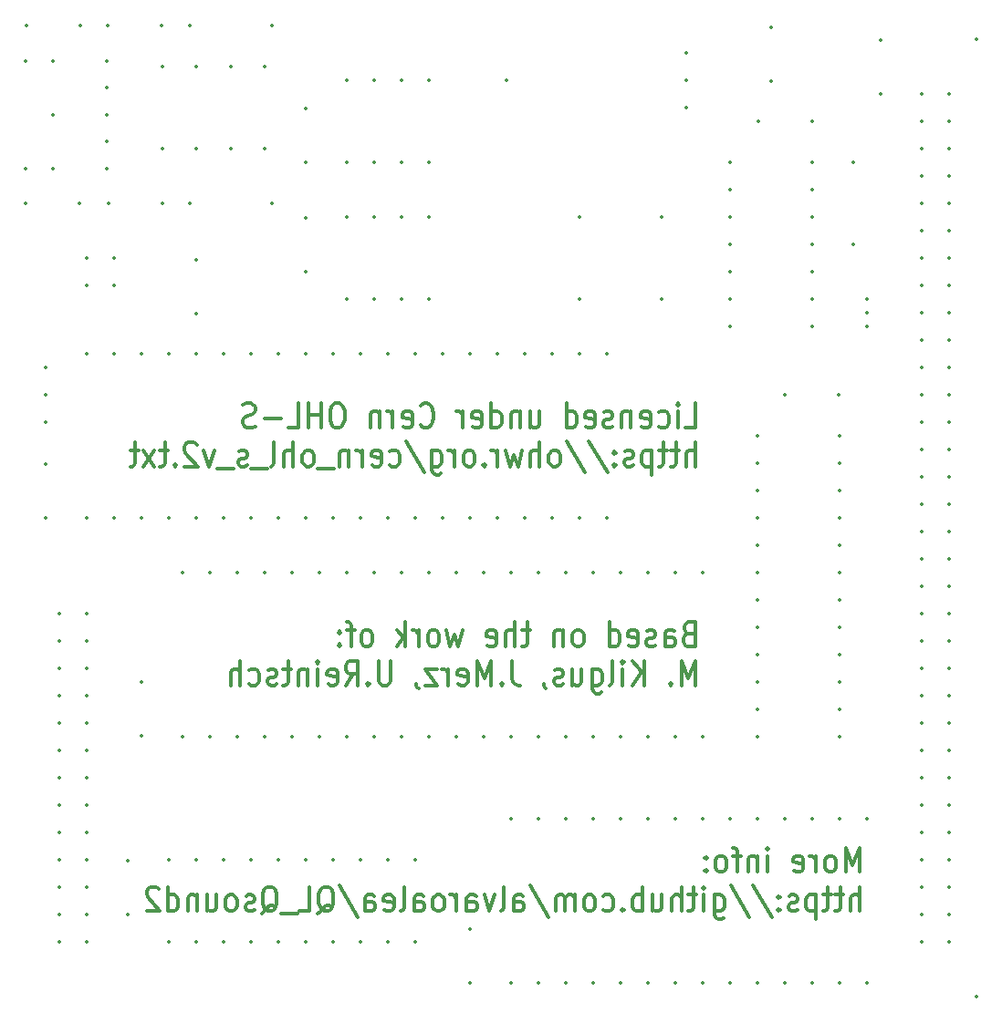
<source format=gbo>
%TF.GenerationSoftware,KiCad,Pcbnew,8.0.3+1*%
%TF.CreationDate,2024-06-17T20:37:03+02:00*%
%TF.ProjectId,qsound3,71736f75-6e64-4332-9e6b-696361645f70,0.1b*%
%TF.SameCoordinates,Original*%
%TF.FileFunction,Legend,Bot*%
%TF.FilePolarity,Positive*%
%FSLAX46Y46*%
G04 Gerber Fmt 4.6, Leading zero omitted, Abs format (unit mm)*
G04 Created by KiCad (PCBNEW 8.0.3+1) date 2024-06-17 20:37:03*
%MOMM*%
%LPD*%
G01*
G04 APERTURE LIST*
%ADD10C,0.300000*%
%ADD11C,0.350000*%
G04 APERTURE END LIST*
D10*
X182206441Y-125579105D02*
X182206441Y-123329105D01*
X182206441Y-123329105D02*
X181539774Y-124936248D01*
X181539774Y-124936248D02*
X180873108Y-123329105D01*
X180873108Y-123329105D02*
X180873108Y-125579105D01*
X179635013Y-125579105D02*
X179825489Y-125471963D01*
X179825489Y-125471963D02*
X179920727Y-125364820D01*
X179920727Y-125364820D02*
X180015965Y-125150534D01*
X180015965Y-125150534D02*
X180015965Y-124507677D01*
X180015965Y-124507677D02*
X179920727Y-124293391D01*
X179920727Y-124293391D02*
X179825489Y-124186248D01*
X179825489Y-124186248D02*
X179635013Y-124079105D01*
X179635013Y-124079105D02*
X179349298Y-124079105D01*
X179349298Y-124079105D02*
X179158822Y-124186248D01*
X179158822Y-124186248D02*
X179063584Y-124293391D01*
X179063584Y-124293391D02*
X178968346Y-124507677D01*
X178968346Y-124507677D02*
X178968346Y-125150534D01*
X178968346Y-125150534D02*
X179063584Y-125364820D01*
X179063584Y-125364820D02*
X179158822Y-125471963D01*
X179158822Y-125471963D02*
X179349298Y-125579105D01*
X179349298Y-125579105D02*
X179635013Y-125579105D01*
X178111203Y-125579105D02*
X178111203Y-124079105D01*
X178111203Y-124507677D02*
X178015965Y-124293391D01*
X178015965Y-124293391D02*
X177920727Y-124186248D01*
X177920727Y-124186248D02*
X177730251Y-124079105D01*
X177730251Y-124079105D02*
X177539774Y-124079105D01*
X176111203Y-125471963D02*
X176301679Y-125579105D01*
X176301679Y-125579105D02*
X176682632Y-125579105D01*
X176682632Y-125579105D02*
X176873108Y-125471963D01*
X176873108Y-125471963D02*
X176968346Y-125257677D01*
X176968346Y-125257677D02*
X176968346Y-124400534D01*
X176968346Y-124400534D02*
X176873108Y-124186248D01*
X176873108Y-124186248D02*
X176682632Y-124079105D01*
X176682632Y-124079105D02*
X176301679Y-124079105D01*
X176301679Y-124079105D02*
X176111203Y-124186248D01*
X176111203Y-124186248D02*
X176015965Y-124400534D01*
X176015965Y-124400534D02*
X176015965Y-124614820D01*
X176015965Y-124614820D02*
X176968346Y-124829105D01*
X173635012Y-125579105D02*
X173635012Y-124079105D01*
X173635012Y-123329105D02*
X173730250Y-123436248D01*
X173730250Y-123436248D02*
X173635012Y-123543391D01*
X173635012Y-123543391D02*
X173539774Y-123436248D01*
X173539774Y-123436248D02*
X173635012Y-123329105D01*
X173635012Y-123329105D02*
X173635012Y-123543391D01*
X172682631Y-124079105D02*
X172682631Y-125579105D01*
X172682631Y-124293391D02*
X172587393Y-124186248D01*
X172587393Y-124186248D02*
X172396917Y-124079105D01*
X172396917Y-124079105D02*
X172111202Y-124079105D01*
X172111202Y-124079105D02*
X171920726Y-124186248D01*
X171920726Y-124186248D02*
X171825488Y-124400534D01*
X171825488Y-124400534D02*
X171825488Y-125579105D01*
X171158821Y-124079105D02*
X170396917Y-124079105D01*
X170873107Y-125579105D02*
X170873107Y-123650534D01*
X170873107Y-123650534D02*
X170777869Y-123436248D01*
X170777869Y-123436248D02*
X170587393Y-123329105D01*
X170587393Y-123329105D02*
X170396917Y-123329105D01*
X169444536Y-125579105D02*
X169635012Y-125471963D01*
X169635012Y-125471963D02*
X169730250Y-125364820D01*
X169730250Y-125364820D02*
X169825488Y-125150534D01*
X169825488Y-125150534D02*
X169825488Y-124507677D01*
X169825488Y-124507677D02*
X169730250Y-124293391D01*
X169730250Y-124293391D02*
X169635012Y-124186248D01*
X169635012Y-124186248D02*
X169444536Y-124079105D01*
X169444536Y-124079105D02*
X169158821Y-124079105D01*
X169158821Y-124079105D02*
X168968345Y-124186248D01*
X168968345Y-124186248D02*
X168873107Y-124293391D01*
X168873107Y-124293391D02*
X168777869Y-124507677D01*
X168777869Y-124507677D02*
X168777869Y-125150534D01*
X168777869Y-125150534D02*
X168873107Y-125364820D01*
X168873107Y-125364820D02*
X168968345Y-125471963D01*
X168968345Y-125471963D02*
X169158821Y-125579105D01*
X169158821Y-125579105D02*
X169444536Y-125579105D01*
X167920726Y-125364820D02*
X167825488Y-125471963D01*
X167825488Y-125471963D02*
X167920726Y-125579105D01*
X167920726Y-125579105D02*
X168015964Y-125471963D01*
X168015964Y-125471963D02*
X167920726Y-125364820D01*
X167920726Y-125364820D02*
X167920726Y-125579105D01*
X167920726Y-124186248D02*
X167825488Y-124293391D01*
X167825488Y-124293391D02*
X167920726Y-124400534D01*
X167920726Y-124400534D02*
X168015964Y-124293391D01*
X168015964Y-124293391D02*
X167920726Y-124186248D01*
X167920726Y-124186248D02*
X167920726Y-124400534D01*
X182206441Y-129201479D02*
X182206441Y-126951479D01*
X181349298Y-129201479D02*
X181349298Y-128022908D01*
X181349298Y-128022908D02*
X181444536Y-127808622D01*
X181444536Y-127808622D02*
X181635012Y-127701479D01*
X181635012Y-127701479D02*
X181920727Y-127701479D01*
X181920727Y-127701479D02*
X182111203Y-127808622D01*
X182111203Y-127808622D02*
X182206441Y-127915765D01*
X180682631Y-127701479D02*
X179920727Y-127701479D01*
X180396917Y-126951479D02*
X180396917Y-128880051D01*
X180396917Y-128880051D02*
X180301679Y-129094337D01*
X180301679Y-129094337D02*
X180111203Y-129201479D01*
X180111203Y-129201479D02*
X179920727Y-129201479D01*
X179539774Y-127701479D02*
X178777870Y-127701479D01*
X179254060Y-126951479D02*
X179254060Y-128880051D01*
X179254060Y-128880051D02*
X179158822Y-129094337D01*
X179158822Y-129094337D02*
X178968346Y-129201479D01*
X178968346Y-129201479D02*
X178777870Y-129201479D01*
X178111203Y-127701479D02*
X178111203Y-129951479D01*
X178111203Y-127808622D02*
X177920727Y-127701479D01*
X177920727Y-127701479D02*
X177539774Y-127701479D01*
X177539774Y-127701479D02*
X177349298Y-127808622D01*
X177349298Y-127808622D02*
X177254060Y-127915765D01*
X177254060Y-127915765D02*
X177158822Y-128130051D01*
X177158822Y-128130051D02*
X177158822Y-128772908D01*
X177158822Y-128772908D02*
X177254060Y-128987194D01*
X177254060Y-128987194D02*
X177349298Y-129094337D01*
X177349298Y-129094337D02*
X177539774Y-129201479D01*
X177539774Y-129201479D02*
X177920727Y-129201479D01*
X177920727Y-129201479D02*
X178111203Y-129094337D01*
X176396917Y-129094337D02*
X176206441Y-129201479D01*
X176206441Y-129201479D02*
X175825489Y-129201479D01*
X175825489Y-129201479D02*
X175635012Y-129094337D01*
X175635012Y-129094337D02*
X175539774Y-128880051D01*
X175539774Y-128880051D02*
X175539774Y-128772908D01*
X175539774Y-128772908D02*
X175635012Y-128558622D01*
X175635012Y-128558622D02*
X175825489Y-128451479D01*
X175825489Y-128451479D02*
X176111203Y-128451479D01*
X176111203Y-128451479D02*
X176301679Y-128344337D01*
X176301679Y-128344337D02*
X176396917Y-128130051D01*
X176396917Y-128130051D02*
X176396917Y-128022908D01*
X176396917Y-128022908D02*
X176301679Y-127808622D01*
X176301679Y-127808622D02*
X176111203Y-127701479D01*
X176111203Y-127701479D02*
X175825489Y-127701479D01*
X175825489Y-127701479D02*
X175635012Y-127808622D01*
X174682631Y-128987194D02*
X174587393Y-129094337D01*
X174587393Y-129094337D02*
X174682631Y-129201479D01*
X174682631Y-129201479D02*
X174777869Y-129094337D01*
X174777869Y-129094337D02*
X174682631Y-128987194D01*
X174682631Y-128987194D02*
X174682631Y-129201479D01*
X174682631Y-127808622D02*
X174587393Y-127915765D01*
X174587393Y-127915765D02*
X174682631Y-128022908D01*
X174682631Y-128022908D02*
X174777869Y-127915765D01*
X174777869Y-127915765D02*
X174682631Y-127808622D01*
X174682631Y-127808622D02*
X174682631Y-128022908D01*
X172301679Y-126844337D02*
X174015964Y-129737194D01*
X170206441Y-126844337D02*
X171920726Y-129737194D01*
X168682631Y-127701479D02*
X168682631Y-129522908D01*
X168682631Y-129522908D02*
X168777869Y-129737194D01*
X168777869Y-129737194D02*
X168873107Y-129844337D01*
X168873107Y-129844337D02*
X169063584Y-129951479D01*
X169063584Y-129951479D02*
X169349298Y-129951479D01*
X169349298Y-129951479D02*
X169539774Y-129844337D01*
X168682631Y-129094337D02*
X168873107Y-129201479D01*
X168873107Y-129201479D02*
X169254060Y-129201479D01*
X169254060Y-129201479D02*
X169444536Y-129094337D01*
X169444536Y-129094337D02*
X169539774Y-128987194D01*
X169539774Y-128987194D02*
X169635012Y-128772908D01*
X169635012Y-128772908D02*
X169635012Y-128130051D01*
X169635012Y-128130051D02*
X169539774Y-127915765D01*
X169539774Y-127915765D02*
X169444536Y-127808622D01*
X169444536Y-127808622D02*
X169254060Y-127701479D01*
X169254060Y-127701479D02*
X168873107Y-127701479D01*
X168873107Y-127701479D02*
X168682631Y-127808622D01*
X167730250Y-129201479D02*
X167730250Y-127701479D01*
X167730250Y-126951479D02*
X167825488Y-127058622D01*
X167825488Y-127058622D02*
X167730250Y-127165765D01*
X167730250Y-127165765D02*
X167635012Y-127058622D01*
X167635012Y-127058622D02*
X167730250Y-126951479D01*
X167730250Y-126951479D02*
X167730250Y-127165765D01*
X167063583Y-127701479D02*
X166301679Y-127701479D01*
X166777869Y-126951479D02*
X166777869Y-128880051D01*
X166777869Y-128880051D02*
X166682631Y-129094337D01*
X166682631Y-129094337D02*
X166492155Y-129201479D01*
X166492155Y-129201479D02*
X166301679Y-129201479D01*
X165635012Y-129201479D02*
X165635012Y-126951479D01*
X164777869Y-129201479D02*
X164777869Y-128022908D01*
X164777869Y-128022908D02*
X164873107Y-127808622D01*
X164873107Y-127808622D02*
X165063583Y-127701479D01*
X165063583Y-127701479D02*
X165349298Y-127701479D01*
X165349298Y-127701479D02*
X165539774Y-127808622D01*
X165539774Y-127808622D02*
X165635012Y-127915765D01*
X162968345Y-127701479D02*
X162968345Y-129201479D01*
X163825488Y-127701479D02*
X163825488Y-128880051D01*
X163825488Y-128880051D02*
X163730250Y-129094337D01*
X163730250Y-129094337D02*
X163539774Y-129201479D01*
X163539774Y-129201479D02*
X163254059Y-129201479D01*
X163254059Y-129201479D02*
X163063583Y-129094337D01*
X163063583Y-129094337D02*
X162968345Y-128987194D01*
X162015964Y-129201479D02*
X162015964Y-126951479D01*
X162015964Y-127808622D02*
X161825488Y-127701479D01*
X161825488Y-127701479D02*
X161444535Y-127701479D01*
X161444535Y-127701479D02*
X161254059Y-127808622D01*
X161254059Y-127808622D02*
X161158821Y-127915765D01*
X161158821Y-127915765D02*
X161063583Y-128130051D01*
X161063583Y-128130051D02*
X161063583Y-128772908D01*
X161063583Y-128772908D02*
X161158821Y-128987194D01*
X161158821Y-128987194D02*
X161254059Y-129094337D01*
X161254059Y-129094337D02*
X161444535Y-129201479D01*
X161444535Y-129201479D02*
X161825488Y-129201479D01*
X161825488Y-129201479D02*
X162015964Y-129094337D01*
X160206440Y-128987194D02*
X160111202Y-129094337D01*
X160111202Y-129094337D02*
X160206440Y-129201479D01*
X160206440Y-129201479D02*
X160301678Y-129094337D01*
X160301678Y-129094337D02*
X160206440Y-128987194D01*
X160206440Y-128987194D02*
X160206440Y-129201479D01*
X158396916Y-129094337D02*
X158587392Y-129201479D01*
X158587392Y-129201479D02*
X158968345Y-129201479D01*
X158968345Y-129201479D02*
X159158821Y-129094337D01*
X159158821Y-129094337D02*
X159254059Y-128987194D01*
X159254059Y-128987194D02*
X159349297Y-128772908D01*
X159349297Y-128772908D02*
X159349297Y-128130051D01*
X159349297Y-128130051D02*
X159254059Y-127915765D01*
X159254059Y-127915765D02*
X159158821Y-127808622D01*
X159158821Y-127808622D02*
X158968345Y-127701479D01*
X158968345Y-127701479D02*
X158587392Y-127701479D01*
X158587392Y-127701479D02*
X158396916Y-127808622D01*
X157254059Y-129201479D02*
X157444535Y-129094337D01*
X157444535Y-129094337D02*
X157539773Y-128987194D01*
X157539773Y-128987194D02*
X157635011Y-128772908D01*
X157635011Y-128772908D02*
X157635011Y-128130051D01*
X157635011Y-128130051D02*
X157539773Y-127915765D01*
X157539773Y-127915765D02*
X157444535Y-127808622D01*
X157444535Y-127808622D02*
X157254059Y-127701479D01*
X157254059Y-127701479D02*
X156968344Y-127701479D01*
X156968344Y-127701479D02*
X156777868Y-127808622D01*
X156777868Y-127808622D02*
X156682630Y-127915765D01*
X156682630Y-127915765D02*
X156587392Y-128130051D01*
X156587392Y-128130051D02*
X156587392Y-128772908D01*
X156587392Y-128772908D02*
X156682630Y-128987194D01*
X156682630Y-128987194D02*
X156777868Y-129094337D01*
X156777868Y-129094337D02*
X156968344Y-129201479D01*
X156968344Y-129201479D02*
X157254059Y-129201479D01*
X155730249Y-129201479D02*
X155730249Y-127701479D01*
X155730249Y-127915765D02*
X155635011Y-127808622D01*
X155635011Y-127808622D02*
X155444535Y-127701479D01*
X155444535Y-127701479D02*
X155158820Y-127701479D01*
X155158820Y-127701479D02*
X154968344Y-127808622D01*
X154968344Y-127808622D02*
X154873106Y-128022908D01*
X154873106Y-128022908D02*
X154873106Y-129201479D01*
X154873106Y-128022908D02*
X154777868Y-127808622D01*
X154777868Y-127808622D02*
X154587392Y-127701479D01*
X154587392Y-127701479D02*
X154301678Y-127701479D01*
X154301678Y-127701479D02*
X154111201Y-127808622D01*
X154111201Y-127808622D02*
X154015963Y-128022908D01*
X154015963Y-128022908D02*
X154015963Y-129201479D01*
X151635011Y-126844337D02*
X153349296Y-129737194D01*
X150111201Y-129201479D02*
X150111201Y-128022908D01*
X150111201Y-128022908D02*
X150206439Y-127808622D01*
X150206439Y-127808622D02*
X150396915Y-127701479D01*
X150396915Y-127701479D02*
X150777868Y-127701479D01*
X150777868Y-127701479D02*
X150968344Y-127808622D01*
X150111201Y-129094337D02*
X150301677Y-129201479D01*
X150301677Y-129201479D02*
X150777868Y-129201479D01*
X150777868Y-129201479D02*
X150968344Y-129094337D01*
X150968344Y-129094337D02*
X151063582Y-128880051D01*
X151063582Y-128880051D02*
X151063582Y-128665765D01*
X151063582Y-128665765D02*
X150968344Y-128451479D01*
X150968344Y-128451479D02*
X150777868Y-128344337D01*
X150777868Y-128344337D02*
X150301677Y-128344337D01*
X150301677Y-128344337D02*
X150111201Y-128237194D01*
X148873106Y-129201479D02*
X149063582Y-129094337D01*
X149063582Y-129094337D02*
X149158820Y-128880051D01*
X149158820Y-128880051D02*
X149158820Y-126951479D01*
X148301677Y-127701479D02*
X147825487Y-129201479D01*
X147825487Y-129201479D02*
X147349296Y-127701479D01*
X145730248Y-129201479D02*
X145730248Y-128022908D01*
X145730248Y-128022908D02*
X145825486Y-127808622D01*
X145825486Y-127808622D02*
X146015962Y-127701479D01*
X146015962Y-127701479D02*
X146396915Y-127701479D01*
X146396915Y-127701479D02*
X146587391Y-127808622D01*
X145730248Y-129094337D02*
X145920724Y-129201479D01*
X145920724Y-129201479D02*
X146396915Y-129201479D01*
X146396915Y-129201479D02*
X146587391Y-129094337D01*
X146587391Y-129094337D02*
X146682629Y-128880051D01*
X146682629Y-128880051D02*
X146682629Y-128665765D01*
X146682629Y-128665765D02*
X146587391Y-128451479D01*
X146587391Y-128451479D02*
X146396915Y-128344337D01*
X146396915Y-128344337D02*
X145920724Y-128344337D01*
X145920724Y-128344337D02*
X145730248Y-128237194D01*
X144777867Y-129201479D02*
X144777867Y-127701479D01*
X144777867Y-128130051D02*
X144682629Y-127915765D01*
X144682629Y-127915765D02*
X144587391Y-127808622D01*
X144587391Y-127808622D02*
X144396915Y-127701479D01*
X144396915Y-127701479D02*
X144206438Y-127701479D01*
X143254058Y-129201479D02*
X143444534Y-129094337D01*
X143444534Y-129094337D02*
X143539772Y-128987194D01*
X143539772Y-128987194D02*
X143635010Y-128772908D01*
X143635010Y-128772908D02*
X143635010Y-128130051D01*
X143635010Y-128130051D02*
X143539772Y-127915765D01*
X143539772Y-127915765D02*
X143444534Y-127808622D01*
X143444534Y-127808622D02*
X143254058Y-127701479D01*
X143254058Y-127701479D02*
X142968343Y-127701479D01*
X142968343Y-127701479D02*
X142777867Y-127808622D01*
X142777867Y-127808622D02*
X142682629Y-127915765D01*
X142682629Y-127915765D02*
X142587391Y-128130051D01*
X142587391Y-128130051D02*
X142587391Y-128772908D01*
X142587391Y-128772908D02*
X142682629Y-128987194D01*
X142682629Y-128987194D02*
X142777867Y-129094337D01*
X142777867Y-129094337D02*
X142968343Y-129201479D01*
X142968343Y-129201479D02*
X143254058Y-129201479D01*
X140873105Y-129201479D02*
X140873105Y-128022908D01*
X140873105Y-128022908D02*
X140968343Y-127808622D01*
X140968343Y-127808622D02*
X141158819Y-127701479D01*
X141158819Y-127701479D02*
X141539772Y-127701479D01*
X141539772Y-127701479D02*
X141730248Y-127808622D01*
X140873105Y-129094337D02*
X141063581Y-129201479D01*
X141063581Y-129201479D02*
X141539772Y-129201479D01*
X141539772Y-129201479D02*
X141730248Y-129094337D01*
X141730248Y-129094337D02*
X141825486Y-128880051D01*
X141825486Y-128880051D02*
X141825486Y-128665765D01*
X141825486Y-128665765D02*
X141730248Y-128451479D01*
X141730248Y-128451479D02*
X141539772Y-128344337D01*
X141539772Y-128344337D02*
X141063581Y-128344337D01*
X141063581Y-128344337D02*
X140873105Y-128237194D01*
X139635010Y-129201479D02*
X139825486Y-129094337D01*
X139825486Y-129094337D02*
X139920724Y-128880051D01*
X139920724Y-128880051D02*
X139920724Y-126951479D01*
X138111200Y-129094337D02*
X138301676Y-129201479D01*
X138301676Y-129201479D02*
X138682629Y-129201479D01*
X138682629Y-129201479D02*
X138873105Y-129094337D01*
X138873105Y-129094337D02*
X138968343Y-128880051D01*
X138968343Y-128880051D02*
X138968343Y-128022908D01*
X138968343Y-128022908D02*
X138873105Y-127808622D01*
X138873105Y-127808622D02*
X138682629Y-127701479D01*
X138682629Y-127701479D02*
X138301676Y-127701479D01*
X138301676Y-127701479D02*
X138111200Y-127808622D01*
X138111200Y-127808622D02*
X138015962Y-128022908D01*
X138015962Y-128022908D02*
X138015962Y-128237194D01*
X138015962Y-128237194D02*
X138968343Y-128451479D01*
X136301676Y-129201479D02*
X136301676Y-128022908D01*
X136301676Y-128022908D02*
X136396914Y-127808622D01*
X136396914Y-127808622D02*
X136587390Y-127701479D01*
X136587390Y-127701479D02*
X136968343Y-127701479D01*
X136968343Y-127701479D02*
X137158819Y-127808622D01*
X136301676Y-129094337D02*
X136492152Y-129201479D01*
X136492152Y-129201479D02*
X136968343Y-129201479D01*
X136968343Y-129201479D02*
X137158819Y-129094337D01*
X137158819Y-129094337D02*
X137254057Y-128880051D01*
X137254057Y-128880051D02*
X137254057Y-128665765D01*
X137254057Y-128665765D02*
X137158819Y-128451479D01*
X137158819Y-128451479D02*
X136968343Y-128344337D01*
X136968343Y-128344337D02*
X136492152Y-128344337D01*
X136492152Y-128344337D02*
X136301676Y-128237194D01*
X133920724Y-126844337D02*
X135635009Y-129737194D01*
X131920724Y-129415765D02*
X132111200Y-129308622D01*
X132111200Y-129308622D02*
X132301676Y-129094337D01*
X132301676Y-129094337D02*
X132587390Y-128772908D01*
X132587390Y-128772908D02*
X132777867Y-128665765D01*
X132777867Y-128665765D02*
X132968343Y-128665765D01*
X132873105Y-129201479D02*
X133063581Y-129094337D01*
X133063581Y-129094337D02*
X133254057Y-128880051D01*
X133254057Y-128880051D02*
X133349295Y-128451479D01*
X133349295Y-128451479D02*
X133349295Y-127701479D01*
X133349295Y-127701479D02*
X133254057Y-127272908D01*
X133254057Y-127272908D02*
X133063581Y-127058622D01*
X133063581Y-127058622D02*
X132873105Y-126951479D01*
X132873105Y-126951479D02*
X132492152Y-126951479D01*
X132492152Y-126951479D02*
X132301676Y-127058622D01*
X132301676Y-127058622D02*
X132111200Y-127272908D01*
X132111200Y-127272908D02*
X132015962Y-127701479D01*
X132015962Y-127701479D02*
X132015962Y-128451479D01*
X132015962Y-128451479D02*
X132111200Y-128880051D01*
X132111200Y-128880051D02*
X132301676Y-129094337D01*
X132301676Y-129094337D02*
X132492152Y-129201479D01*
X132492152Y-129201479D02*
X132873105Y-129201479D01*
X130206438Y-129201479D02*
X131158819Y-129201479D01*
X131158819Y-129201479D02*
X131158819Y-126951479D01*
X130015962Y-129415765D02*
X128492152Y-129415765D01*
X126682628Y-129415765D02*
X126873104Y-129308622D01*
X126873104Y-129308622D02*
X127063580Y-129094337D01*
X127063580Y-129094337D02*
X127349294Y-128772908D01*
X127349294Y-128772908D02*
X127539771Y-128665765D01*
X127539771Y-128665765D02*
X127730247Y-128665765D01*
X127635009Y-129201479D02*
X127825485Y-129094337D01*
X127825485Y-129094337D02*
X128015961Y-128880051D01*
X128015961Y-128880051D02*
X128111199Y-128451479D01*
X128111199Y-128451479D02*
X128111199Y-127701479D01*
X128111199Y-127701479D02*
X128015961Y-127272908D01*
X128015961Y-127272908D02*
X127825485Y-127058622D01*
X127825485Y-127058622D02*
X127635009Y-126951479D01*
X127635009Y-126951479D02*
X127254056Y-126951479D01*
X127254056Y-126951479D02*
X127063580Y-127058622D01*
X127063580Y-127058622D02*
X126873104Y-127272908D01*
X126873104Y-127272908D02*
X126777866Y-127701479D01*
X126777866Y-127701479D02*
X126777866Y-128451479D01*
X126777866Y-128451479D02*
X126873104Y-128880051D01*
X126873104Y-128880051D02*
X127063580Y-129094337D01*
X127063580Y-129094337D02*
X127254056Y-129201479D01*
X127254056Y-129201479D02*
X127635009Y-129201479D01*
X126015961Y-129094337D02*
X125825485Y-129201479D01*
X125825485Y-129201479D02*
X125444533Y-129201479D01*
X125444533Y-129201479D02*
X125254056Y-129094337D01*
X125254056Y-129094337D02*
X125158818Y-128880051D01*
X125158818Y-128880051D02*
X125158818Y-128772908D01*
X125158818Y-128772908D02*
X125254056Y-128558622D01*
X125254056Y-128558622D02*
X125444533Y-128451479D01*
X125444533Y-128451479D02*
X125730247Y-128451479D01*
X125730247Y-128451479D02*
X125920723Y-128344337D01*
X125920723Y-128344337D02*
X126015961Y-128130051D01*
X126015961Y-128130051D02*
X126015961Y-128022908D01*
X126015961Y-128022908D02*
X125920723Y-127808622D01*
X125920723Y-127808622D02*
X125730247Y-127701479D01*
X125730247Y-127701479D02*
X125444533Y-127701479D01*
X125444533Y-127701479D02*
X125254056Y-127808622D01*
X124015961Y-129201479D02*
X124206437Y-129094337D01*
X124206437Y-129094337D02*
X124301675Y-128987194D01*
X124301675Y-128987194D02*
X124396913Y-128772908D01*
X124396913Y-128772908D02*
X124396913Y-128130051D01*
X124396913Y-128130051D02*
X124301675Y-127915765D01*
X124301675Y-127915765D02*
X124206437Y-127808622D01*
X124206437Y-127808622D02*
X124015961Y-127701479D01*
X124015961Y-127701479D02*
X123730246Y-127701479D01*
X123730246Y-127701479D02*
X123539770Y-127808622D01*
X123539770Y-127808622D02*
X123444532Y-127915765D01*
X123444532Y-127915765D02*
X123349294Y-128130051D01*
X123349294Y-128130051D02*
X123349294Y-128772908D01*
X123349294Y-128772908D02*
X123444532Y-128987194D01*
X123444532Y-128987194D02*
X123539770Y-129094337D01*
X123539770Y-129094337D02*
X123730246Y-129201479D01*
X123730246Y-129201479D02*
X124015961Y-129201479D01*
X121635008Y-127701479D02*
X121635008Y-129201479D01*
X122492151Y-127701479D02*
X122492151Y-128880051D01*
X122492151Y-128880051D02*
X122396913Y-129094337D01*
X122396913Y-129094337D02*
X122206437Y-129201479D01*
X122206437Y-129201479D02*
X121920722Y-129201479D01*
X121920722Y-129201479D02*
X121730246Y-129094337D01*
X121730246Y-129094337D02*
X121635008Y-128987194D01*
X120682627Y-127701479D02*
X120682627Y-129201479D01*
X120682627Y-127915765D02*
X120587389Y-127808622D01*
X120587389Y-127808622D02*
X120396913Y-127701479D01*
X120396913Y-127701479D02*
X120111198Y-127701479D01*
X120111198Y-127701479D02*
X119920722Y-127808622D01*
X119920722Y-127808622D02*
X119825484Y-128022908D01*
X119825484Y-128022908D02*
X119825484Y-129201479D01*
X118015960Y-129201479D02*
X118015960Y-126951479D01*
X118015960Y-129094337D02*
X118206436Y-129201479D01*
X118206436Y-129201479D02*
X118587389Y-129201479D01*
X118587389Y-129201479D02*
X118777865Y-129094337D01*
X118777865Y-129094337D02*
X118873103Y-128987194D01*
X118873103Y-128987194D02*
X118968341Y-128772908D01*
X118968341Y-128772908D02*
X118968341Y-128130051D01*
X118968341Y-128130051D02*
X118873103Y-127915765D01*
X118873103Y-127915765D02*
X118777865Y-127808622D01*
X118777865Y-127808622D02*
X118587389Y-127701479D01*
X118587389Y-127701479D02*
X118206436Y-127701479D01*
X118206436Y-127701479D02*
X118015960Y-127808622D01*
X117158817Y-127165765D02*
X117063579Y-127058622D01*
X117063579Y-127058622D02*
X116873103Y-126951479D01*
X116873103Y-126951479D02*
X116396912Y-126951479D01*
X116396912Y-126951479D02*
X116206436Y-127058622D01*
X116206436Y-127058622D02*
X116111198Y-127165765D01*
X116111198Y-127165765D02*
X116015960Y-127380051D01*
X116015960Y-127380051D02*
X116015960Y-127594337D01*
X116015960Y-127594337D02*
X116111198Y-127915765D01*
X116111198Y-127915765D02*
X117254055Y-129201479D01*
X117254055Y-129201479D02*
X116015960Y-129201479D01*
X166299774Y-103445534D02*
X166014060Y-103552677D01*
X166014060Y-103552677D02*
X165918822Y-103659820D01*
X165918822Y-103659820D02*
X165823584Y-103874105D01*
X165823584Y-103874105D02*
X165823584Y-104195534D01*
X165823584Y-104195534D02*
X165918822Y-104409820D01*
X165918822Y-104409820D02*
X166014060Y-104516963D01*
X166014060Y-104516963D02*
X166204536Y-104624105D01*
X166204536Y-104624105D02*
X166966441Y-104624105D01*
X166966441Y-104624105D02*
X166966441Y-102374105D01*
X166966441Y-102374105D02*
X166299774Y-102374105D01*
X166299774Y-102374105D02*
X166109298Y-102481248D01*
X166109298Y-102481248D02*
X166014060Y-102588391D01*
X166014060Y-102588391D02*
X165918822Y-102802677D01*
X165918822Y-102802677D02*
X165918822Y-103016963D01*
X165918822Y-103016963D02*
X166014060Y-103231248D01*
X166014060Y-103231248D02*
X166109298Y-103338391D01*
X166109298Y-103338391D02*
X166299774Y-103445534D01*
X166299774Y-103445534D02*
X166966441Y-103445534D01*
X164109298Y-104624105D02*
X164109298Y-103445534D01*
X164109298Y-103445534D02*
X164204536Y-103231248D01*
X164204536Y-103231248D02*
X164395012Y-103124105D01*
X164395012Y-103124105D02*
X164775965Y-103124105D01*
X164775965Y-103124105D02*
X164966441Y-103231248D01*
X164109298Y-104516963D02*
X164299774Y-104624105D01*
X164299774Y-104624105D02*
X164775965Y-104624105D01*
X164775965Y-104624105D02*
X164966441Y-104516963D01*
X164966441Y-104516963D02*
X165061679Y-104302677D01*
X165061679Y-104302677D02*
X165061679Y-104088391D01*
X165061679Y-104088391D02*
X164966441Y-103874105D01*
X164966441Y-103874105D02*
X164775965Y-103766963D01*
X164775965Y-103766963D02*
X164299774Y-103766963D01*
X164299774Y-103766963D02*
X164109298Y-103659820D01*
X163252155Y-104516963D02*
X163061679Y-104624105D01*
X163061679Y-104624105D02*
X162680727Y-104624105D01*
X162680727Y-104624105D02*
X162490250Y-104516963D01*
X162490250Y-104516963D02*
X162395012Y-104302677D01*
X162395012Y-104302677D02*
X162395012Y-104195534D01*
X162395012Y-104195534D02*
X162490250Y-103981248D01*
X162490250Y-103981248D02*
X162680727Y-103874105D01*
X162680727Y-103874105D02*
X162966441Y-103874105D01*
X162966441Y-103874105D02*
X163156917Y-103766963D01*
X163156917Y-103766963D02*
X163252155Y-103552677D01*
X163252155Y-103552677D02*
X163252155Y-103445534D01*
X163252155Y-103445534D02*
X163156917Y-103231248D01*
X163156917Y-103231248D02*
X162966441Y-103124105D01*
X162966441Y-103124105D02*
X162680727Y-103124105D01*
X162680727Y-103124105D02*
X162490250Y-103231248D01*
X160775964Y-104516963D02*
X160966440Y-104624105D01*
X160966440Y-104624105D02*
X161347393Y-104624105D01*
X161347393Y-104624105D02*
X161537869Y-104516963D01*
X161537869Y-104516963D02*
X161633107Y-104302677D01*
X161633107Y-104302677D02*
X161633107Y-103445534D01*
X161633107Y-103445534D02*
X161537869Y-103231248D01*
X161537869Y-103231248D02*
X161347393Y-103124105D01*
X161347393Y-103124105D02*
X160966440Y-103124105D01*
X160966440Y-103124105D02*
X160775964Y-103231248D01*
X160775964Y-103231248D02*
X160680726Y-103445534D01*
X160680726Y-103445534D02*
X160680726Y-103659820D01*
X160680726Y-103659820D02*
X161633107Y-103874105D01*
X158966440Y-104624105D02*
X158966440Y-102374105D01*
X158966440Y-104516963D02*
X159156916Y-104624105D01*
X159156916Y-104624105D02*
X159537869Y-104624105D01*
X159537869Y-104624105D02*
X159728345Y-104516963D01*
X159728345Y-104516963D02*
X159823583Y-104409820D01*
X159823583Y-104409820D02*
X159918821Y-104195534D01*
X159918821Y-104195534D02*
X159918821Y-103552677D01*
X159918821Y-103552677D02*
X159823583Y-103338391D01*
X159823583Y-103338391D02*
X159728345Y-103231248D01*
X159728345Y-103231248D02*
X159537869Y-103124105D01*
X159537869Y-103124105D02*
X159156916Y-103124105D01*
X159156916Y-103124105D02*
X158966440Y-103231248D01*
X156204535Y-104624105D02*
X156395011Y-104516963D01*
X156395011Y-104516963D02*
X156490249Y-104409820D01*
X156490249Y-104409820D02*
X156585487Y-104195534D01*
X156585487Y-104195534D02*
X156585487Y-103552677D01*
X156585487Y-103552677D02*
X156490249Y-103338391D01*
X156490249Y-103338391D02*
X156395011Y-103231248D01*
X156395011Y-103231248D02*
X156204535Y-103124105D01*
X156204535Y-103124105D02*
X155918820Y-103124105D01*
X155918820Y-103124105D02*
X155728344Y-103231248D01*
X155728344Y-103231248D02*
X155633106Y-103338391D01*
X155633106Y-103338391D02*
X155537868Y-103552677D01*
X155537868Y-103552677D02*
X155537868Y-104195534D01*
X155537868Y-104195534D02*
X155633106Y-104409820D01*
X155633106Y-104409820D02*
X155728344Y-104516963D01*
X155728344Y-104516963D02*
X155918820Y-104624105D01*
X155918820Y-104624105D02*
X156204535Y-104624105D01*
X154680725Y-103124105D02*
X154680725Y-104624105D01*
X154680725Y-103338391D02*
X154585487Y-103231248D01*
X154585487Y-103231248D02*
X154395011Y-103124105D01*
X154395011Y-103124105D02*
X154109296Y-103124105D01*
X154109296Y-103124105D02*
X153918820Y-103231248D01*
X153918820Y-103231248D02*
X153823582Y-103445534D01*
X153823582Y-103445534D02*
X153823582Y-104624105D01*
X151633105Y-103124105D02*
X150871201Y-103124105D01*
X151347391Y-102374105D02*
X151347391Y-104302677D01*
X151347391Y-104302677D02*
X151252153Y-104516963D01*
X151252153Y-104516963D02*
X151061677Y-104624105D01*
X151061677Y-104624105D02*
X150871201Y-104624105D01*
X150204534Y-104624105D02*
X150204534Y-102374105D01*
X149347391Y-104624105D02*
X149347391Y-103445534D01*
X149347391Y-103445534D02*
X149442629Y-103231248D01*
X149442629Y-103231248D02*
X149633105Y-103124105D01*
X149633105Y-103124105D02*
X149918820Y-103124105D01*
X149918820Y-103124105D02*
X150109296Y-103231248D01*
X150109296Y-103231248D02*
X150204534Y-103338391D01*
X147633105Y-104516963D02*
X147823581Y-104624105D01*
X147823581Y-104624105D02*
X148204534Y-104624105D01*
X148204534Y-104624105D02*
X148395010Y-104516963D01*
X148395010Y-104516963D02*
X148490248Y-104302677D01*
X148490248Y-104302677D02*
X148490248Y-103445534D01*
X148490248Y-103445534D02*
X148395010Y-103231248D01*
X148395010Y-103231248D02*
X148204534Y-103124105D01*
X148204534Y-103124105D02*
X147823581Y-103124105D01*
X147823581Y-103124105D02*
X147633105Y-103231248D01*
X147633105Y-103231248D02*
X147537867Y-103445534D01*
X147537867Y-103445534D02*
X147537867Y-103659820D01*
X147537867Y-103659820D02*
X148490248Y-103874105D01*
X145347390Y-103124105D02*
X144966438Y-104624105D01*
X144966438Y-104624105D02*
X144585485Y-103552677D01*
X144585485Y-103552677D02*
X144204533Y-104624105D01*
X144204533Y-104624105D02*
X143823581Y-103124105D01*
X142775962Y-104624105D02*
X142966438Y-104516963D01*
X142966438Y-104516963D02*
X143061676Y-104409820D01*
X143061676Y-104409820D02*
X143156914Y-104195534D01*
X143156914Y-104195534D02*
X143156914Y-103552677D01*
X143156914Y-103552677D02*
X143061676Y-103338391D01*
X143061676Y-103338391D02*
X142966438Y-103231248D01*
X142966438Y-103231248D02*
X142775962Y-103124105D01*
X142775962Y-103124105D02*
X142490247Y-103124105D01*
X142490247Y-103124105D02*
X142299771Y-103231248D01*
X142299771Y-103231248D02*
X142204533Y-103338391D01*
X142204533Y-103338391D02*
X142109295Y-103552677D01*
X142109295Y-103552677D02*
X142109295Y-104195534D01*
X142109295Y-104195534D02*
X142204533Y-104409820D01*
X142204533Y-104409820D02*
X142299771Y-104516963D01*
X142299771Y-104516963D02*
X142490247Y-104624105D01*
X142490247Y-104624105D02*
X142775962Y-104624105D01*
X141252152Y-104624105D02*
X141252152Y-103124105D01*
X141252152Y-103552677D02*
X141156914Y-103338391D01*
X141156914Y-103338391D02*
X141061676Y-103231248D01*
X141061676Y-103231248D02*
X140871200Y-103124105D01*
X140871200Y-103124105D02*
X140680723Y-103124105D01*
X140014057Y-104624105D02*
X140014057Y-102374105D01*
X139823581Y-103766963D02*
X139252152Y-104624105D01*
X139252152Y-103124105D02*
X140014057Y-103981248D01*
X136585485Y-104624105D02*
X136775961Y-104516963D01*
X136775961Y-104516963D02*
X136871199Y-104409820D01*
X136871199Y-104409820D02*
X136966437Y-104195534D01*
X136966437Y-104195534D02*
X136966437Y-103552677D01*
X136966437Y-103552677D02*
X136871199Y-103338391D01*
X136871199Y-103338391D02*
X136775961Y-103231248D01*
X136775961Y-103231248D02*
X136585485Y-103124105D01*
X136585485Y-103124105D02*
X136299770Y-103124105D01*
X136299770Y-103124105D02*
X136109294Y-103231248D01*
X136109294Y-103231248D02*
X136014056Y-103338391D01*
X136014056Y-103338391D02*
X135918818Y-103552677D01*
X135918818Y-103552677D02*
X135918818Y-104195534D01*
X135918818Y-104195534D02*
X136014056Y-104409820D01*
X136014056Y-104409820D02*
X136109294Y-104516963D01*
X136109294Y-104516963D02*
X136299770Y-104624105D01*
X136299770Y-104624105D02*
X136585485Y-104624105D01*
X135347389Y-103124105D02*
X134585485Y-103124105D01*
X135061675Y-104624105D02*
X135061675Y-102695534D01*
X135061675Y-102695534D02*
X134966437Y-102481248D01*
X134966437Y-102481248D02*
X134775961Y-102374105D01*
X134775961Y-102374105D02*
X134585485Y-102374105D01*
X133918818Y-104409820D02*
X133823580Y-104516963D01*
X133823580Y-104516963D02*
X133918818Y-104624105D01*
X133918818Y-104624105D02*
X134014056Y-104516963D01*
X134014056Y-104516963D02*
X133918818Y-104409820D01*
X133918818Y-104409820D02*
X133918818Y-104624105D01*
X133918818Y-103231248D02*
X133823580Y-103338391D01*
X133823580Y-103338391D02*
X133918818Y-103445534D01*
X133918818Y-103445534D02*
X134014056Y-103338391D01*
X134014056Y-103338391D02*
X133918818Y-103231248D01*
X133918818Y-103231248D02*
X133918818Y-103445534D01*
X166966441Y-108246479D02*
X166966441Y-105996479D01*
X166966441Y-105996479D02*
X166299774Y-107603622D01*
X166299774Y-107603622D02*
X165633108Y-105996479D01*
X165633108Y-105996479D02*
X165633108Y-108246479D01*
X164680727Y-108032194D02*
X164585489Y-108139337D01*
X164585489Y-108139337D02*
X164680727Y-108246479D01*
X164680727Y-108246479D02*
X164775965Y-108139337D01*
X164775965Y-108139337D02*
X164680727Y-108032194D01*
X164680727Y-108032194D02*
X164680727Y-108246479D01*
X162204536Y-108246479D02*
X162204536Y-105996479D01*
X161061679Y-108246479D02*
X161918822Y-106960765D01*
X161061679Y-105996479D02*
X162204536Y-107282194D01*
X160204536Y-108246479D02*
X160204536Y-106746479D01*
X160204536Y-105996479D02*
X160299774Y-106103622D01*
X160299774Y-106103622D02*
X160204536Y-106210765D01*
X160204536Y-106210765D02*
X160109298Y-106103622D01*
X160109298Y-106103622D02*
X160204536Y-105996479D01*
X160204536Y-105996479D02*
X160204536Y-106210765D01*
X158966441Y-108246479D02*
X159156917Y-108139337D01*
X159156917Y-108139337D02*
X159252155Y-107925051D01*
X159252155Y-107925051D02*
X159252155Y-105996479D01*
X157347393Y-106746479D02*
X157347393Y-108567908D01*
X157347393Y-108567908D02*
X157442631Y-108782194D01*
X157442631Y-108782194D02*
X157537869Y-108889337D01*
X157537869Y-108889337D02*
X157728346Y-108996479D01*
X157728346Y-108996479D02*
X158014060Y-108996479D01*
X158014060Y-108996479D02*
X158204536Y-108889337D01*
X157347393Y-108139337D02*
X157537869Y-108246479D01*
X157537869Y-108246479D02*
X157918822Y-108246479D01*
X157918822Y-108246479D02*
X158109298Y-108139337D01*
X158109298Y-108139337D02*
X158204536Y-108032194D01*
X158204536Y-108032194D02*
X158299774Y-107817908D01*
X158299774Y-107817908D02*
X158299774Y-107175051D01*
X158299774Y-107175051D02*
X158204536Y-106960765D01*
X158204536Y-106960765D02*
X158109298Y-106853622D01*
X158109298Y-106853622D02*
X157918822Y-106746479D01*
X157918822Y-106746479D02*
X157537869Y-106746479D01*
X157537869Y-106746479D02*
X157347393Y-106853622D01*
X155537869Y-106746479D02*
X155537869Y-108246479D01*
X156395012Y-106746479D02*
X156395012Y-107925051D01*
X156395012Y-107925051D02*
X156299774Y-108139337D01*
X156299774Y-108139337D02*
X156109298Y-108246479D01*
X156109298Y-108246479D02*
X155823583Y-108246479D01*
X155823583Y-108246479D02*
X155633107Y-108139337D01*
X155633107Y-108139337D02*
X155537869Y-108032194D01*
X154680726Y-108139337D02*
X154490250Y-108246479D01*
X154490250Y-108246479D02*
X154109298Y-108246479D01*
X154109298Y-108246479D02*
X153918821Y-108139337D01*
X153918821Y-108139337D02*
X153823583Y-107925051D01*
X153823583Y-107925051D02*
X153823583Y-107817908D01*
X153823583Y-107817908D02*
X153918821Y-107603622D01*
X153918821Y-107603622D02*
X154109298Y-107496479D01*
X154109298Y-107496479D02*
X154395012Y-107496479D01*
X154395012Y-107496479D02*
X154585488Y-107389337D01*
X154585488Y-107389337D02*
X154680726Y-107175051D01*
X154680726Y-107175051D02*
X154680726Y-107067908D01*
X154680726Y-107067908D02*
X154585488Y-106853622D01*
X154585488Y-106853622D02*
X154395012Y-106746479D01*
X154395012Y-106746479D02*
X154109298Y-106746479D01*
X154109298Y-106746479D02*
X153918821Y-106853622D01*
X152871202Y-108139337D02*
X152871202Y-108246479D01*
X152871202Y-108246479D02*
X152966440Y-108460765D01*
X152966440Y-108460765D02*
X153061678Y-108567908D01*
X149918820Y-105996479D02*
X149918820Y-107603622D01*
X149918820Y-107603622D02*
X150014059Y-107925051D01*
X150014059Y-107925051D02*
X150204535Y-108139337D01*
X150204535Y-108139337D02*
X150490249Y-108246479D01*
X150490249Y-108246479D02*
X150680725Y-108246479D01*
X148966439Y-108032194D02*
X148871201Y-108139337D01*
X148871201Y-108139337D02*
X148966439Y-108246479D01*
X148966439Y-108246479D02*
X149061677Y-108139337D01*
X149061677Y-108139337D02*
X148966439Y-108032194D01*
X148966439Y-108032194D02*
X148966439Y-108246479D01*
X148014058Y-108246479D02*
X148014058Y-105996479D01*
X148014058Y-105996479D02*
X147347391Y-107603622D01*
X147347391Y-107603622D02*
X146680725Y-105996479D01*
X146680725Y-105996479D02*
X146680725Y-108246479D01*
X144966439Y-108139337D02*
X145156915Y-108246479D01*
X145156915Y-108246479D02*
X145537868Y-108246479D01*
X145537868Y-108246479D02*
X145728344Y-108139337D01*
X145728344Y-108139337D02*
X145823582Y-107925051D01*
X145823582Y-107925051D02*
X145823582Y-107067908D01*
X145823582Y-107067908D02*
X145728344Y-106853622D01*
X145728344Y-106853622D02*
X145537868Y-106746479D01*
X145537868Y-106746479D02*
X145156915Y-106746479D01*
X145156915Y-106746479D02*
X144966439Y-106853622D01*
X144966439Y-106853622D02*
X144871201Y-107067908D01*
X144871201Y-107067908D02*
X144871201Y-107282194D01*
X144871201Y-107282194D02*
X145823582Y-107496479D01*
X144014058Y-108246479D02*
X144014058Y-106746479D01*
X144014058Y-107175051D02*
X143918820Y-106960765D01*
X143918820Y-106960765D02*
X143823582Y-106853622D01*
X143823582Y-106853622D02*
X143633106Y-106746479D01*
X143633106Y-106746479D02*
X143442629Y-106746479D01*
X142966439Y-106746479D02*
X141918820Y-106746479D01*
X141918820Y-106746479D02*
X142966439Y-108246479D01*
X142966439Y-108246479D02*
X141918820Y-108246479D01*
X141061677Y-108139337D02*
X141061677Y-108246479D01*
X141061677Y-108246479D02*
X141156915Y-108460765D01*
X141156915Y-108460765D02*
X141252153Y-108567908D01*
X138680724Y-105996479D02*
X138680724Y-107817908D01*
X138680724Y-107817908D02*
X138585486Y-108032194D01*
X138585486Y-108032194D02*
X138490248Y-108139337D01*
X138490248Y-108139337D02*
X138299772Y-108246479D01*
X138299772Y-108246479D02*
X137918819Y-108246479D01*
X137918819Y-108246479D02*
X137728343Y-108139337D01*
X137728343Y-108139337D02*
X137633105Y-108032194D01*
X137633105Y-108032194D02*
X137537867Y-107817908D01*
X137537867Y-107817908D02*
X137537867Y-105996479D01*
X136585486Y-108032194D02*
X136490248Y-108139337D01*
X136490248Y-108139337D02*
X136585486Y-108246479D01*
X136585486Y-108246479D02*
X136680724Y-108139337D01*
X136680724Y-108139337D02*
X136585486Y-108032194D01*
X136585486Y-108032194D02*
X136585486Y-108246479D01*
X134490248Y-108246479D02*
X135156915Y-107175051D01*
X135633105Y-108246479D02*
X135633105Y-105996479D01*
X135633105Y-105996479D02*
X134871200Y-105996479D01*
X134871200Y-105996479D02*
X134680724Y-106103622D01*
X134680724Y-106103622D02*
X134585486Y-106210765D01*
X134585486Y-106210765D02*
X134490248Y-106425051D01*
X134490248Y-106425051D02*
X134490248Y-106746479D01*
X134490248Y-106746479D02*
X134585486Y-106960765D01*
X134585486Y-106960765D02*
X134680724Y-107067908D01*
X134680724Y-107067908D02*
X134871200Y-107175051D01*
X134871200Y-107175051D02*
X135633105Y-107175051D01*
X132871200Y-108139337D02*
X133061676Y-108246479D01*
X133061676Y-108246479D02*
X133442629Y-108246479D01*
X133442629Y-108246479D02*
X133633105Y-108139337D01*
X133633105Y-108139337D02*
X133728343Y-107925051D01*
X133728343Y-107925051D02*
X133728343Y-107067908D01*
X133728343Y-107067908D02*
X133633105Y-106853622D01*
X133633105Y-106853622D02*
X133442629Y-106746479D01*
X133442629Y-106746479D02*
X133061676Y-106746479D01*
X133061676Y-106746479D02*
X132871200Y-106853622D01*
X132871200Y-106853622D02*
X132775962Y-107067908D01*
X132775962Y-107067908D02*
X132775962Y-107282194D01*
X132775962Y-107282194D02*
X133728343Y-107496479D01*
X131918819Y-108246479D02*
X131918819Y-106746479D01*
X131918819Y-105996479D02*
X132014057Y-106103622D01*
X132014057Y-106103622D02*
X131918819Y-106210765D01*
X131918819Y-106210765D02*
X131823581Y-106103622D01*
X131823581Y-106103622D02*
X131918819Y-105996479D01*
X131918819Y-105996479D02*
X131918819Y-106210765D01*
X130966438Y-106746479D02*
X130966438Y-108246479D01*
X130966438Y-106960765D02*
X130871200Y-106853622D01*
X130871200Y-106853622D02*
X130680724Y-106746479D01*
X130680724Y-106746479D02*
X130395009Y-106746479D01*
X130395009Y-106746479D02*
X130204533Y-106853622D01*
X130204533Y-106853622D02*
X130109295Y-107067908D01*
X130109295Y-107067908D02*
X130109295Y-108246479D01*
X129442628Y-106746479D02*
X128680724Y-106746479D01*
X129156914Y-105996479D02*
X129156914Y-107925051D01*
X129156914Y-107925051D02*
X129061676Y-108139337D01*
X129061676Y-108139337D02*
X128871200Y-108246479D01*
X128871200Y-108246479D02*
X128680724Y-108246479D01*
X128109295Y-108139337D02*
X127918819Y-108246479D01*
X127918819Y-108246479D02*
X127537867Y-108246479D01*
X127537867Y-108246479D02*
X127347390Y-108139337D01*
X127347390Y-108139337D02*
X127252152Y-107925051D01*
X127252152Y-107925051D02*
X127252152Y-107817908D01*
X127252152Y-107817908D02*
X127347390Y-107603622D01*
X127347390Y-107603622D02*
X127537867Y-107496479D01*
X127537867Y-107496479D02*
X127823581Y-107496479D01*
X127823581Y-107496479D02*
X128014057Y-107389337D01*
X128014057Y-107389337D02*
X128109295Y-107175051D01*
X128109295Y-107175051D02*
X128109295Y-107067908D01*
X128109295Y-107067908D02*
X128014057Y-106853622D01*
X128014057Y-106853622D02*
X127823581Y-106746479D01*
X127823581Y-106746479D02*
X127537867Y-106746479D01*
X127537867Y-106746479D02*
X127347390Y-106853622D01*
X125537866Y-108139337D02*
X125728342Y-108246479D01*
X125728342Y-108246479D02*
X126109295Y-108246479D01*
X126109295Y-108246479D02*
X126299771Y-108139337D01*
X126299771Y-108139337D02*
X126395009Y-108032194D01*
X126395009Y-108032194D02*
X126490247Y-107817908D01*
X126490247Y-107817908D02*
X126490247Y-107175051D01*
X126490247Y-107175051D02*
X126395009Y-106960765D01*
X126395009Y-106960765D02*
X126299771Y-106853622D01*
X126299771Y-106853622D02*
X126109295Y-106746479D01*
X126109295Y-106746479D02*
X125728342Y-106746479D01*
X125728342Y-106746479D02*
X125537866Y-106853622D01*
X124680723Y-108246479D02*
X124680723Y-105996479D01*
X123823580Y-108246479D02*
X123823580Y-107067908D01*
X123823580Y-107067908D02*
X123918818Y-106853622D01*
X123918818Y-106853622D02*
X124109294Y-106746479D01*
X124109294Y-106746479D02*
X124395009Y-106746479D01*
X124395009Y-106746479D02*
X124585485Y-106853622D01*
X124585485Y-106853622D02*
X124680723Y-106960765D01*
X166014060Y-84304105D02*
X166966441Y-84304105D01*
X166966441Y-84304105D02*
X166966441Y-82054105D01*
X165347393Y-84304105D02*
X165347393Y-82804105D01*
X165347393Y-82054105D02*
X165442631Y-82161248D01*
X165442631Y-82161248D02*
X165347393Y-82268391D01*
X165347393Y-82268391D02*
X165252155Y-82161248D01*
X165252155Y-82161248D02*
X165347393Y-82054105D01*
X165347393Y-82054105D02*
X165347393Y-82268391D01*
X163537869Y-84196963D02*
X163728345Y-84304105D01*
X163728345Y-84304105D02*
X164109298Y-84304105D01*
X164109298Y-84304105D02*
X164299774Y-84196963D01*
X164299774Y-84196963D02*
X164395012Y-84089820D01*
X164395012Y-84089820D02*
X164490250Y-83875534D01*
X164490250Y-83875534D02*
X164490250Y-83232677D01*
X164490250Y-83232677D02*
X164395012Y-83018391D01*
X164395012Y-83018391D02*
X164299774Y-82911248D01*
X164299774Y-82911248D02*
X164109298Y-82804105D01*
X164109298Y-82804105D02*
X163728345Y-82804105D01*
X163728345Y-82804105D02*
X163537869Y-82911248D01*
X161918821Y-84196963D02*
X162109297Y-84304105D01*
X162109297Y-84304105D02*
X162490250Y-84304105D01*
X162490250Y-84304105D02*
X162680726Y-84196963D01*
X162680726Y-84196963D02*
X162775964Y-83982677D01*
X162775964Y-83982677D02*
X162775964Y-83125534D01*
X162775964Y-83125534D02*
X162680726Y-82911248D01*
X162680726Y-82911248D02*
X162490250Y-82804105D01*
X162490250Y-82804105D02*
X162109297Y-82804105D01*
X162109297Y-82804105D02*
X161918821Y-82911248D01*
X161918821Y-82911248D02*
X161823583Y-83125534D01*
X161823583Y-83125534D02*
X161823583Y-83339820D01*
X161823583Y-83339820D02*
X162775964Y-83554105D01*
X160966440Y-82804105D02*
X160966440Y-84304105D01*
X160966440Y-83018391D02*
X160871202Y-82911248D01*
X160871202Y-82911248D02*
X160680726Y-82804105D01*
X160680726Y-82804105D02*
X160395011Y-82804105D01*
X160395011Y-82804105D02*
X160204535Y-82911248D01*
X160204535Y-82911248D02*
X160109297Y-83125534D01*
X160109297Y-83125534D02*
X160109297Y-84304105D01*
X159252154Y-84196963D02*
X159061678Y-84304105D01*
X159061678Y-84304105D02*
X158680726Y-84304105D01*
X158680726Y-84304105D02*
X158490249Y-84196963D01*
X158490249Y-84196963D02*
X158395011Y-83982677D01*
X158395011Y-83982677D02*
X158395011Y-83875534D01*
X158395011Y-83875534D02*
X158490249Y-83661248D01*
X158490249Y-83661248D02*
X158680726Y-83554105D01*
X158680726Y-83554105D02*
X158966440Y-83554105D01*
X158966440Y-83554105D02*
X159156916Y-83446963D01*
X159156916Y-83446963D02*
X159252154Y-83232677D01*
X159252154Y-83232677D02*
X159252154Y-83125534D01*
X159252154Y-83125534D02*
X159156916Y-82911248D01*
X159156916Y-82911248D02*
X158966440Y-82804105D01*
X158966440Y-82804105D02*
X158680726Y-82804105D01*
X158680726Y-82804105D02*
X158490249Y-82911248D01*
X156775963Y-84196963D02*
X156966439Y-84304105D01*
X156966439Y-84304105D02*
X157347392Y-84304105D01*
X157347392Y-84304105D02*
X157537868Y-84196963D01*
X157537868Y-84196963D02*
X157633106Y-83982677D01*
X157633106Y-83982677D02*
X157633106Y-83125534D01*
X157633106Y-83125534D02*
X157537868Y-82911248D01*
X157537868Y-82911248D02*
X157347392Y-82804105D01*
X157347392Y-82804105D02*
X156966439Y-82804105D01*
X156966439Y-82804105D02*
X156775963Y-82911248D01*
X156775963Y-82911248D02*
X156680725Y-83125534D01*
X156680725Y-83125534D02*
X156680725Y-83339820D01*
X156680725Y-83339820D02*
X157633106Y-83554105D01*
X154966439Y-84304105D02*
X154966439Y-82054105D01*
X154966439Y-84196963D02*
X155156915Y-84304105D01*
X155156915Y-84304105D02*
X155537868Y-84304105D01*
X155537868Y-84304105D02*
X155728344Y-84196963D01*
X155728344Y-84196963D02*
X155823582Y-84089820D01*
X155823582Y-84089820D02*
X155918820Y-83875534D01*
X155918820Y-83875534D02*
X155918820Y-83232677D01*
X155918820Y-83232677D02*
X155823582Y-83018391D01*
X155823582Y-83018391D02*
X155728344Y-82911248D01*
X155728344Y-82911248D02*
X155537868Y-82804105D01*
X155537868Y-82804105D02*
X155156915Y-82804105D01*
X155156915Y-82804105D02*
X154966439Y-82911248D01*
X151633105Y-82804105D02*
X151633105Y-84304105D01*
X152490248Y-82804105D02*
X152490248Y-83982677D01*
X152490248Y-83982677D02*
X152395010Y-84196963D01*
X152395010Y-84196963D02*
X152204534Y-84304105D01*
X152204534Y-84304105D02*
X151918819Y-84304105D01*
X151918819Y-84304105D02*
X151728343Y-84196963D01*
X151728343Y-84196963D02*
X151633105Y-84089820D01*
X150680724Y-82804105D02*
X150680724Y-84304105D01*
X150680724Y-83018391D02*
X150585486Y-82911248D01*
X150585486Y-82911248D02*
X150395010Y-82804105D01*
X150395010Y-82804105D02*
X150109295Y-82804105D01*
X150109295Y-82804105D02*
X149918819Y-82911248D01*
X149918819Y-82911248D02*
X149823581Y-83125534D01*
X149823581Y-83125534D02*
X149823581Y-84304105D01*
X148014057Y-84304105D02*
X148014057Y-82054105D01*
X148014057Y-84196963D02*
X148204533Y-84304105D01*
X148204533Y-84304105D02*
X148585486Y-84304105D01*
X148585486Y-84304105D02*
X148775962Y-84196963D01*
X148775962Y-84196963D02*
X148871200Y-84089820D01*
X148871200Y-84089820D02*
X148966438Y-83875534D01*
X148966438Y-83875534D02*
X148966438Y-83232677D01*
X148966438Y-83232677D02*
X148871200Y-83018391D01*
X148871200Y-83018391D02*
X148775962Y-82911248D01*
X148775962Y-82911248D02*
X148585486Y-82804105D01*
X148585486Y-82804105D02*
X148204533Y-82804105D01*
X148204533Y-82804105D02*
X148014057Y-82911248D01*
X146299771Y-84196963D02*
X146490247Y-84304105D01*
X146490247Y-84304105D02*
X146871200Y-84304105D01*
X146871200Y-84304105D02*
X147061676Y-84196963D01*
X147061676Y-84196963D02*
X147156914Y-83982677D01*
X147156914Y-83982677D02*
X147156914Y-83125534D01*
X147156914Y-83125534D02*
X147061676Y-82911248D01*
X147061676Y-82911248D02*
X146871200Y-82804105D01*
X146871200Y-82804105D02*
X146490247Y-82804105D01*
X146490247Y-82804105D02*
X146299771Y-82911248D01*
X146299771Y-82911248D02*
X146204533Y-83125534D01*
X146204533Y-83125534D02*
X146204533Y-83339820D01*
X146204533Y-83339820D02*
X147156914Y-83554105D01*
X145347390Y-84304105D02*
X145347390Y-82804105D01*
X145347390Y-83232677D02*
X145252152Y-83018391D01*
X145252152Y-83018391D02*
X145156914Y-82911248D01*
X145156914Y-82911248D02*
X144966438Y-82804105D01*
X144966438Y-82804105D02*
X144775961Y-82804105D01*
X141442628Y-84089820D02*
X141537866Y-84196963D01*
X141537866Y-84196963D02*
X141823580Y-84304105D01*
X141823580Y-84304105D02*
X142014056Y-84304105D01*
X142014056Y-84304105D02*
X142299771Y-84196963D01*
X142299771Y-84196963D02*
X142490247Y-83982677D01*
X142490247Y-83982677D02*
X142585485Y-83768391D01*
X142585485Y-83768391D02*
X142680723Y-83339820D01*
X142680723Y-83339820D02*
X142680723Y-83018391D01*
X142680723Y-83018391D02*
X142585485Y-82589820D01*
X142585485Y-82589820D02*
X142490247Y-82375534D01*
X142490247Y-82375534D02*
X142299771Y-82161248D01*
X142299771Y-82161248D02*
X142014056Y-82054105D01*
X142014056Y-82054105D02*
X141823580Y-82054105D01*
X141823580Y-82054105D02*
X141537866Y-82161248D01*
X141537866Y-82161248D02*
X141442628Y-82268391D01*
X139823580Y-84196963D02*
X140014056Y-84304105D01*
X140014056Y-84304105D02*
X140395009Y-84304105D01*
X140395009Y-84304105D02*
X140585485Y-84196963D01*
X140585485Y-84196963D02*
X140680723Y-83982677D01*
X140680723Y-83982677D02*
X140680723Y-83125534D01*
X140680723Y-83125534D02*
X140585485Y-82911248D01*
X140585485Y-82911248D02*
X140395009Y-82804105D01*
X140395009Y-82804105D02*
X140014056Y-82804105D01*
X140014056Y-82804105D02*
X139823580Y-82911248D01*
X139823580Y-82911248D02*
X139728342Y-83125534D01*
X139728342Y-83125534D02*
X139728342Y-83339820D01*
X139728342Y-83339820D02*
X140680723Y-83554105D01*
X138871199Y-84304105D02*
X138871199Y-82804105D01*
X138871199Y-83232677D02*
X138775961Y-83018391D01*
X138775961Y-83018391D02*
X138680723Y-82911248D01*
X138680723Y-82911248D02*
X138490247Y-82804105D01*
X138490247Y-82804105D02*
X138299770Y-82804105D01*
X137633104Y-82804105D02*
X137633104Y-84304105D01*
X137633104Y-83018391D02*
X137537866Y-82911248D01*
X137537866Y-82911248D02*
X137347390Y-82804105D01*
X137347390Y-82804105D02*
X137061675Y-82804105D01*
X137061675Y-82804105D02*
X136871199Y-82911248D01*
X136871199Y-82911248D02*
X136775961Y-83125534D01*
X136775961Y-83125534D02*
X136775961Y-84304105D01*
X133918818Y-82054105D02*
X133537865Y-82054105D01*
X133537865Y-82054105D02*
X133347389Y-82161248D01*
X133347389Y-82161248D02*
X133156913Y-82375534D01*
X133156913Y-82375534D02*
X133061675Y-82804105D01*
X133061675Y-82804105D02*
X133061675Y-83554105D01*
X133061675Y-83554105D02*
X133156913Y-83982677D01*
X133156913Y-83982677D02*
X133347389Y-84196963D01*
X133347389Y-84196963D02*
X133537865Y-84304105D01*
X133537865Y-84304105D02*
X133918818Y-84304105D01*
X133918818Y-84304105D02*
X134109294Y-84196963D01*
X134109294Y-84196963D02*
X134299770Y-83982677D01*
X134299770Y-83982677D02*
X134395008Y-83554105D01*
X134395008Y-83554105D02*
X134395008Y-82804105D01*
X134395008Y-82804105D02*
X134299770Y-82375534D01*
X134299770Y-82375534D02*
X134109294Y-82161248D01*
X134109294Y-82161248D02*
X133918818Y-82054105D01*
X132204532Y-84304105D02*
X132204532Y-82054105D01*
X132204532Y-83125534D02*
X131061675Y-83125534D01*
X131061675Y-84304105D02*
X131061675Y-82054105D01*
X129156913Y-84304105D02*
X130109294Y-84304105D01*
X130109294Y-84304105D02*
X130109294Y-82054105D01*
X128490246Y-83446963D02*
X126966437Y-83446963D01*
X126109294Y-84196963D02*
X125823580Y-84304105D01*
X125823580Y-84304105D02*
X125347389Y-84304105D01*
X125347389Y-84304105D02*
X125156913Y-84196963D01*
X125156913Y-84196963D02*
X125061675Y-84089820D01*
X125061675Y-84089820D02*
X124966437Y-83875534D01*
X124966437Y-83875534D02*
X124966437Y-83661248D01*
X124966437Y-83661248D02*
X125061675Y-83446963D01*
X125061675Y-83446963D02*
X125156913Y-83339820D01*
X125156913Y-83339820D02*
X125347389Y-83232677D01*
X125347389Y-83232677D02*
X125728342Y-83125534D01*
X125728342Y-83125534D02*
X125918818Y-83018391D01*
X125918818Y-83018391D02*
X126014056Y-82911248D01*
X126014056Y-82911248D02*
X126109294Y-82696963D01*
X126109294Y-82696963D02*
X126109294Y-82482677D01*
X126109294Y-82482677D02*
X126014056Y-82268391D01*
X126014056Y-82268391D02*
X125918818Y-82161248D01*
X125918818Y-82161248D02*
X125728342Y-82054105D01*
X125728342Y-82054105D02*
X125252151Y-82054105D01*
X125252151Y-82054105D02*
X124966437Y-82161248D01*
X166966441Y-87926479D02*
X166966441Y-85676479D01*
X166109298Y-87926479D02*
X166109298Y-86747908D01*
X166109298Y-86747908D02*
X166204536Y-86533622D01*
X166204536Y-86533622D02*
X166395012Y-86426479D01*
X166395012Y-86426479D02*
X166680727Y-86426479D01*
X166680727Y-86426479D02*
X166871203Y-86533622D01*
X166871203Y-86533622D02*
X166966441Y-86640765D01*
X165442631Y-86426479D02*
X164680727Y-86426479D01*
X165156917Y-85676479D02*
X165156917Y-87605051D01*
X165156917Y-87605051D02*
X165061679Y-87819337D01*
X165061679Y-87819337D02*
X164871203Y-87926479D01*
X164871203Y-87926479D02*
X164680727Y-87926479D01*
X164299774Y-86426479D02*
X163537870Y-86426479D01*
X164014060Y-85676479D02*
X164014060Y-87605051D01*
X164014060Y-87605051D02*
X163918822Y-87819337D01*
X163918822Y-87819337D02*
X163728346Y-87926479D01*
X163728346Y-87926479D02*
X163537870Y-87926479D01*
X162871203Y-86426479D02*
X162871203Y-88676479D01*
X162871203Y-86533622D02*
X162680727Y-86426479D01*
X162680727Y-86426479D02*
X162299774Y-86426479D01*
X162299774Y-86426479D02*
X162109298Y-86533622D01*
X162109298Y-86533622D02*
X162014060Y-86640765D01*
X162014060Y-86640765D02*
X161918822Y-86855051D01*
X161918822Y-86855051D02*
X161918822Y-87497908D01*
X161918822Y-87497908D02*
X162014060Y-87712194D01*
X162014060Y-87712194D02*
X162109298Y-87819337D01*
X162109298Y-87819337D02*
X162299774Y-87926479D01*
X162299774Y-87926479D02*
X162680727Y-87926479D01*
X162680727Y-87926479D02*
X162871203Y-87819337D01*
X161156917Y-87819337D02*
X160966441Y-87926479D01*
X160966441Y-87926479D02*
X160585489Y-87926479D01*
X160585489Y-87926479D02*
X160395012Y-87819337D01*
X160395012Y-87819337D02*
X160299774Y-87605051D01*
X160299774Y-87605051D02*
X160299774Y-87497908D01*
X160299774Y-87497908D02*
X160395012Y-87283622D01*
X160395012Y-87283622D02*
X160585489Y-87176479D01*
X160585489Y-87176479D02*
X160871203Y-87176479D01*
X160871203Y-87176479D02*
X161061679Y-87069337D01*
X161061679Y-87069337D02*
X161156917Y-86855051D01*
X161156917Y-86855051D02*
X161156917Y-86747908D01*
X161156917Y-86747908D02*
X161061679Y-86533622D01*
X161061679Y-86533622D02*
X160871203Y-86426479D01*
X160871203Y-86426479D02*
X160585489Y-86426479D01*
X160585489Y-86426479D02*
X160395012Y-86533622D01*
X159442631Y-87712194D02*
X159347393Y-87819337D01*
X159347393Y-87819337D02*
X159442631Y-87926479D01*
X159442631Y-87926479D02*
X159537869Y-87819337D01*
X159537869Y-87819337D02*
X159442631Y-87712194D01*
X159442631Y-87712194D02*
X159442631Y-87926479D01*
X159442631Y-86533622D02*
X159347393Y-86640765D01*
X159347393Y-86640765D02*
X159442631Y-86747908D01*
X159442631Y-86747908D02*
X159537869Y-86640765D01*
X159537869Y-86640765D02*
X159442631Y-86533622D01*
X159442631Y-86533622D02*
X159442631Y-86747908D01*
X157061679Y-85569337D02*
X158775964Y-88462194D01*
X154966441Y-85569337D02*
X156680726Y-88462194D01*
X154014060Y-87926479D02*
X154204536Y-87819337D01*
X154204536Y-87819337D02*
X154299774Y-87712194D01*
X154299774Y-87712194D02*
X154395012Y-87497908D01*
X154395012Y-87497908D02*
X154395012Y-86855051D01*
X154395012Y-86855051D02*
X154299774Y-86640765D01*
X154299774Y-86640765D02*
X154204536Y-86533622D01*
X154204536Y-86533622D02*
X154014060Y-86426479D01*
X154014060Y-86426479D02*
X153728345Y-86426479D01*
X153728345Y-86426479D02*
X153537869Y-86533622D01*
X153537869Y-86533622D02*
X153442631Y-86640765D01*
X153442631Y-86640765D02*
X153347393Y-86855051D01*
X153347393Y-86855051D02*
X153347393Y-87497908D01*
X153347393Y-87497908D02*
X153442631Y-87712194D01*
X153442631Y-87712194D02*
X153537869Y-87819337D01*
X153537869Y-87819337D02*
X153728345Y-87926479D01*
X153728345Y-87926479D02*
X154014060Y-87926479D01*
X152490250Y-87926479D02*
X152490250Y-85676479D01*
X151633107Y-87926479D02*
X151633107Y-86747908D01*
X151633107Y-86747908D02*
X151728345Y-86533622D01*
X151728345Y-86533622D02*
X151918821Y-86426479D01*
X151918821Y-86426479D02*
X152204536Y-86426479D01*
X152204536Y-86426479D02*
X152395012Y-86533622D01*
X152395012Y-86533622D02*
X152490250Y-86640765D01*
X150871202Y-86426479D02*
X150490250Y-87926479D01*
X150490250Y-87926479D02*
X150109297Y-86855051D01*
X150109297Y-86855051D02*
X149728345Y-87926479D01*
X149728345Y-87926479D02*
X149347393Y-86426479D01*
X148585488Y-87926479D02*
X148585488Y-86426479D01*
X148585488Y-86855051D02*
X148490250Y-86640765D01*
X148490250Y-86640765D02*
X148395012Y-86533622D01*
X148395012Y-86533622D02*
X148204536Y-86426479D01*
X148204536Y-86426479D02*
X148014059Y-86426479D01*
X147347393Y-87712194D02*
X147252155Y-87819337D01*
X147252155Y-87819337D02*
X147347393Y-87926479D01*
X147347393Y-87926479D02*
X147442631Y-87819337D01*
X147442631Y-87819337D02*
X147347393Y-87712194D01*
X147347393Y-87712194D02*
X147347393Y-87926479D01*
X146109298Y-87926479D02*
X146299774Y-87819337D01*
X146299774Y-87819337D02*
X146395012Y-87712194D01*
X146395012Y-87712194D02*
X146490250Y-87497908D01*
X146490250Y-87497908D02*
X146490250Y-86855051D01*
X146490250Y-86855051D02*
X146395012Y-86640765D01*
X146395012Y-86640765D02*
X146299774Y-86533622D01*
X146299774Y-86533622D02*
X146109298Y-86426479D01*
X146109298Y-86426479D02*
X145823583Y-86426479D01*
X145823583Y-86426479D02*
X145633107Y-86533622D01*
X145633107Y-86533622D02*
X145537869Y-86640765D01*
X145537869Y-86640765D02*
X145442631Y-86855051D01*
X145442631Y-86855051D02*
X145442631Y-87497908D01*
X145442631Y-87497908D02*
X145537869Y-87712194D01*
X145537869Y-87712194D02*
X145633107Y-87819337D01*
X145633107Y-87819337D02*
X145823583Y-87926479D01*
X145823583Y-87926479D02*
X146109298Y-87926479D01*
X144585488Y-87926479D02*
X144585488Y-86426479D01*
X144585488Y-86855051D02*
X144490250Y-86640765D01*
X144490250Y-86640765D02*
X144395012Y-86533622D01*
X144395012Y-86533622D02*
X144204536Y-86426479D01*
X144204536Y-86426479D02*
X144014059Y-86426479D01*
X142490250Y-86426479D02*
X142490250Y-88247908D01*
X142490250Y-88247908D02*
X142585488Y-88462194D01*
X142585488Y-88462194D02*
X142680726Y-88569337D01*
X142680726Y-88569337D02*
X142871203Y-88676479D01*
X142871203Y-88676479D02*
X143156917Y-88676479D01*
X143156917Y-88676479D02*
X143347393Y-88569337D01*
X142490250Y-87819337D02*
X142680726Y-87926479D01*
X142680726Y-87926479D02*
X143061679Y-87926479D01*
X143061679Y-87926479D02*
X143252155Y-87819337D01*
X143252155Y-87819337D02*
X143347393Y-87712194D01*
X143347393Y-87712194D02*
X143442631Y-87497908D01*
X143442631Y-87497908D02*
X143442631Y-86855051D01*
X143442631Y-86855051D02*
X143347393Y-86640765D01*
X143347393Y-86640765D02*
X143252155Y-86533622D01*
X143252155Y-86533622D02*
X143061679Y-86426479D01*
X143061679Y-86426479D02*
X142680726Y-86426479D01*
X142680726Y-86426479D02*
X142490250Y-86533622D01*
X140109298Y-85569337D02*
X141823583Y-88462194D01*
X138585488Y-87819337D02*
X138775964Y-87926479D01*
X138775964Y-87926479D02*
X139156917Y-87926479D01*
X139156917Y-87926479D02*
X139347393Y-87819337D01*
X139347393Y-87819337D02*
X139442631Y-87712194D01*
X139442631Y-87712194D02*
X139537869Y-87497908D01*
X139537869Y-87497908D02*
X139537869Y-86855051D01*
X139537869Y-86855051D02*
X139442631Y-86640765D01*
X139442631Y-86640765D02*
X139347393Y-86533622D01*
X139347393Y-86533622D02*
X139156917Y-86426479D01*
X139156917Y-86426479D02*
X138775964Y-86426479D01*
X138775964Y-86426479D02*
X138585488Y-86533622D01*
X136966440Y-87819337D02*
X137156916Y-87926479D01*
X137156916Y-87926479D02*
X137537869Y-87926479D01*
X137537869Y-87926479D02*
X137728345Y-87819337D01*
X137728345Y-87819337D02*
X137823583Y-87605051D01*
X137823583Y-87605051D02*
X137823583Y-86747908D01*
X137823583Y-86747908D02*
X137728345Y-86533622D01*
X137728345Y-86533622D02*
X137537869Y-86426479D01*
X137537869Y-86426479D02*
X137156916Y-86426479D01*
X137156916Y-86426479D02*
X136966440Y-86533622D01*
X136966440Y-86533622D02*
X136871202Y-86747908D01*
X136871202Y-86747908D02*
X136871202Y-86962194D01*
X136871202Y-86962194D02*
X137823583Y-87176479D01*
X136014059Y-87926479D02*
X136014059Y-86426479D01*
X136014059Y-86855051D02*
X135918821Y-86640765D01*
X135918821Y-86640765D02*
X135823583Y-86533622D01*
X135823583Y-86533622D02*
X135633107Y-86426479D01*
X135633107Y-86426479D02*
X135442630Y-86426479D01*
X134775964Y-86426479D02*
X134775964Y-87926479D01*
X134775964Y-86640765D02*
X134680726Y-86533622D01*
X134680726Y-86533622D02*
X134490250Y-86426479D01*
X134490250Y-86426479D02*
X134204535Y-86426479D01*
X134204535Y-86426479D02*
X134014059Y-86533622D01*
X134014059Y-86533622D02*
X133918821Y-86747908D01*
X133918821Y-86747908D02*
X133918821Y-87926479D01*
X133442631Y-88140765D02*
X131918821Y-88140765D01*
X131156916Y-87926479D02*
X131347392Y-87819337D01*
X131347392Y-87819337D02*
X131442630Y-87712194D01*
X131442630Y-87712194D02*
X131537868Y-87497908D01*
X131537868Y-87497908D02*
X131537868Y-86855051D01*
X131537868Y-86855051D02*
X131442630Y-86640765D01*
X131442630Y-86640765D02*
X131347392Y-86533622D01*
X131347392Y-86533622D02*
X131156916Y-86426479D01*
X131156916Y-86426479D02*
X130871201Y-86426479D01*
X130871201Y-86426479D02*
X130680725Y-86533622D01*
X130680725Y-86533622D02*
X130585487Y-86640765D01*
X130585487Y-86640765D02*
X130490249Y-86855051D01*
X130490249Y-86855051D02*
X130490249Y-87497908D01*
X130490249Y-87497908D02*
X130585487Y-87712194D01*
X130585487Y-87712194D02*
X130680725Y-87819337D01*
X130680725Y-87819337D02*
X130871201Y-87926479D01*
X130871201Y-87926479D02*
X131156916Y-87926479D01*
X129633106Y-87926479D02*
X129633106Y-85676479D01*
X128775963Y-87926479D02*
X128775963Y-86747908D01*
X128775963Y-86747908D02*
X128871201Y-86533622D01*
X128871201Y-86533622D02*
X129061677Y-86426479D01*
X129061677Y-86426479D02*
X129347392Y-86426479D01*
X129347392Y-86426479D02*
X129537868Y-86533622D01*
X129537868Y-86533622D02*
X129633106Y-86640765D01*
X127537868Y-87926479D02*
X127728344Y-87819337D01*
X127728344Y-87819337D02*
X127823582Y-87605051D01*
X127823582Y-87605051D02*
X127823582Y-85676479D01*
X127252154Y-88140765D02*
X125728344Y-88140765D01*
X125347391Y-87819337D02*
X125156915Y-87926479D01*
X125156915Y-87926479D02*
X124775963Y-87926479D01*
X124775963Y-87926479D02*
X124585486Y-87819337D01*
X124585486Y-87819337D02*
X124490248Y-87605051D01*
X124490248Y-87605051D02*
X124490248Y-87497908D01*
X124490248Y-87497908D02*
X124585486Y-87283622D01*
X124585486Y-87283622D02*
X124775963Y-87176479D01*
X124775963Y-87176479D02*
X125061677Y-87176479D01*
X125061677Y-87176479D02*
X125252153Y-87069337D01*
X125252153Y-87069337D02*
X125347391Y-86855051D01*
X125347391Y-86855051D02*
X125347391Y-86747908D01*
X125347391Y-86747908D02*
X125252153Y-86533622D01*
X125252153Y-86533622D02*
X125061677Y-86426479D01*
X125061677Y-86426479D02*
X124775963Y-86426479D01*
X124775963Y-86426479D02*
X124585486Y-86533622D01*
X124109296Y-88140765D02*
X122585486Y-88140765D01*
X122299771Y-86426479D02*
X121823581Y-87926479D01*
X121823581Y-87926479D02*
X121347390Y-86426479D01*
X120680723Y-85890765D02*
X120585485Y-85783622D01*
X120585485Y-85783622D02*
X120395009Y-85676479D01*
X120395009Y-85676479D02*
X119918818Y-85676479D01*
X119918818Y-85676479D02*
X119728342Y-85783622D01*
X119728342Y-85783622D02*
X119633104Y-85890765D01*
X119633104Y-85890765D02*
X119537866Y-86105051D01*
X119537866Y-86105051D02*
X119537866Y-86319337D01*
X119537866Y-86319337D02*
X119633104Y-86640765D01*
X119633104Y-86640765D02*
X120775961Y-87926479D01*
X120775961Y-87926479D02*
X119537866Y-87926479D01*
X118680723Y-87712194D02*
X118585485Y-87819337D01*
X118585485Y-87819337D02*
X118680723Y-87926479D01*
X118680723Y-87926479D02*
X118775961Y-87819337D01*
X118775961Y-87819337D02*
X118680723Y-87712194D01*
X118680723Y-87712194D02*
X118680723Y-87926479D01*
X118014056Y-86426479D02*
X117252152Y-86426479D01*
X117728342Y-85676479D02*
X117728342Y-87605051D01*
X117728342Y-87605051D02*
X117633104Y-87819337D01*
X117633104Y-87819337D02*
X117442628Y-87926479D01*
X117442628Y-87926479D02*
X117252152Y-87926479D01*
X116775961Y-87926479D02*
X115728342Y-86426479D01*
X116775961Y-86426479D02*
X115728342Y-87926479D01*
X115252151Y-86426479D02*
X114490247Y-86426479D01*
X114966437Y-85676479D02*
X114966437Y-87605051D01*
X114966437Y-87605051D02*
X114871199Y-87819337D01*
X114871199Y-87819337D02*
X114680723Y-87926479D01*
X114680723Y-87926479D02*
X114490247Y-87926479D01*
D11*
X134630000Y-59705000D03*
X137170000Y-59705000D03*
X139710000Y-59705000D03*
X142250000Y-59705000D03*
X142250000Y-52085000D03*
X139710000Y-52085000D03*
X137170000Y-52085000D03*
X134630000Y-52085000D03*
X110490000Y-92710000D03*
X113030000Y-92710000D03*
X115570000Y-92710000D03*
X118110000Y-92710000D03*
X120650000Y-92710000D03*
X123190000Y-92710000D03*
X125730000Y-92710000D03*
X128270000Y-92710000D03*
X130810000Y-92710000D03*
X133350000Y-92710000D03*
X135890000Y-92710000D03*
X138430000Y-92710000D03*
X140970000Y-92710000D03*
X143510000Y-92710000D03*
X146050000Y-92710000D03*
X148590000Y-92710000D03*
X151130000Y-92710000D03*
X153670000Y-92710000D03*
X156210000Y-92710000D03*
X158750000Y-92710000D03*
X158750000Y-77470000D03*
X156210000Y-77470000D03*
X153670000Y-77470000D03*
X151130000Y-77470000D03*
X148590000Y-77470000D03*
X146050000Y-77470000D03*
X143510000Y-77470000D03*
X140970000Y-77470000D03*
X138430000Y-77470000D03*
X135890000Y-77470000D03*
X133350000Y-77470000D03*
X130810000Y-77470000D03*
X128270000Y-77470000D03*
X125730000Y-77470000D03*
X123190000Y-77470000D03*
X120650000Y-77470000D03*
X118110000Y-77470000D03*
X115570000Y-77470000D03*
X113030000Y-77470000D03*
X110490000Y-77470000D03*
X184150000Y-53300000D03*
X184150000Y-48300000D03*
X180260000Y-81280000D03*
X175260000Y-81280000D03*
X106680000Y-87710000D03*
X106680000Y-92710000D03*
X182880000Y-74930000D03*
X182880000Y-73660000D03*
X182880000Y-72390000D03*
X127635000Y-46990000D03*
X120015000Y-46990000D03*
X127000000Y-58420000D03*
X127000000Y-50800000D03*
X118110000Y-132080000D03*
X120650000Y-132080000D03*
X123190000Y-132080000D03*
X125730000Y-132080000D03*
X128270000Y-132080000D03*
X130810000Y-132080000D03*
X133350000Y-132080000D03*
X135890000Y-132080000D03*
X138430000Y-132080000D03*
X140970000Y-132080000D03*
X140970000Y-124460000D03*
X138430000Y-124460000D03*
X135890000Y-124460000D03*
X133350000Y-124460000D03*
X130810000Y-124460000D03*
X128270000Y-124460000D03*
X125730000Y-124460000D03*
X123190000Y-124460000D03*
X120650000Y-124460000D03*
X118110000Y-124460000D03*
X110490000Y-71125000D03*
X110490000Y-68585000D03*
X113030000Y-71125000D03*
X113030000Y-68585000D03*
X134620000Y-72390000D03*
X137160000Y-72390000D03*
X139700000Y-72390000D03*
X142240000Y-72390000D03*
X142240000Y-64770000D03*
X139700000Y-64770000D03*
X137160000Y-64770000D03*
X134620000Y-64770000D03*
X114300000Y-124500000D03*
X114300000Y-129500000D03*
X109815000Y-63500000D03*
X104815000Y-63500000D03*
X146050000Y-135890000D03*
X146050000Y-130890000D03*
X123825000Y-58420000D03*
X123825000Y-50800000D03*
X117435000Y-46990000D03*
X112435000Y-46990000D03*
X181610000Y-59690000D03*
X181610000Y-67310000D03*
X104815000Y-50245000D03*
X104815000Y-60245000D03*
X107315000Y-50245000D03*
X107315000Y-60245000D03*
X112315000Y-55245000D03*
X107315000Y-55245000D03*
X112315000Y-50245000D03*
X112315000Y-52745000D03*
X112315000Y-60245000D03*
X112315000Y-57745000D03*
X120650000Y-58420000D03*
X120650000Y-50800000D03*
X130810000Y-59650000D03*
X130810000Y-54650000D03*
X117475000Y-58420000D03*
X117475000Y-50800000D03*
X110490000Y-132080000D03*
X107950000Y-132080000D03*
X110490000Y-129540000D03*
X107950000Y-129540000D03*
X110490000Y-127000000D03*
X107950000Y-127000000D03*
X110490000Y-124460000D03*
X107950000Y-124460000D03*
X110490000Y-121920000D03*
X107950000Y-121920000D03*
X110490000Y-119380000D03*
X107950000Y-119380000D03*
X110490000Y-116840000D03*
X107950000Y-116840000D03*
X110490000Y-114300000D03*
X107950000Y-114300000D03*
X110490000Y-111760000D03*
X107950000Y-111760000D03*
X110490000Y-109220000D03*
X107950000Y-109220000D03*
X110490000Y-106680000D03*
X107950000Y-106680000D03*
X110490000Y-104140000D03*
X107950000Y-104140000D03*
X110490000Y-101600000D03*
X107950000Y-101600000D03*
X115570000Y-107950000D03*
X115570000Y-112950000D03*
X163830000Y-64770000D03*
X156210000Y-64770000D03*
X156210000Y-72390000D03*
X163830000Y-72390000D03*
X120650000Y-68717349D03*
X120650000Y-73717349D03*
X170170000Y-59685000D03*
X170170000Y-62225000D03*
X170170000Y-64765000D03*
X170170000Y-67305000D03*
X170170000Y-69845000D03*
X170170000Y-72385000D03*
X170170000Y-74925000D03*
X177790000Y-74925000D03*
X177790000Y-72385000D03*
X177790000Y-69845000D03*
X177790000Y-67305000D03*
X177790000Y-64765000D03*
X177790000Y-62225000D03*
X177790000Y-59685000D03*
X117475000Y-63500000D03*
X112475000Y-63500000D03*
X173990000Y-47127349D03*
X173990000Y-52127349D03*
X127635000Y-63500000D03*
X120015000Y-63500000D03*
X106680000Y-83805000D03*
X106680000Y-81265000D03*
X106680000Y-78725000D03*
X149415000Y-52070000D03*
X166075000Y-54610000D03*
X166075000Y-52070000D03*
X166075000Y-49530000D03*
X109855000Y-46990000D03*
X104855000Y-46990000D03*
X177760000Y-55880000D03*
X172760000Y-55880000D03*
X180340000Y-113030000D03*
X180340000Y-110490000D03*
X180340000Y-107950000D03*
X180340000Y-105410000D03*
X180340000Y-102870000D03*
X180340000Y-100330000D03*
X180340000Y-97790000D03*
X180340000Y-95250000D03*
X180340000Y-92710000D03*
X180340000Y-90170000D03*
X180340000Y-87630000D03*
X180340000Y-85090000D03*
X172720000Y-85090000D03*
X172720000Y-87630000D03*
X172720000Y-90170000D03*
X172720000Y-92710000D03*
X172720000Y-95250000D03*
X172720000Y-97790000D03*
X172720000Y-100330000D03*
X172720000Y-102870000D03*
X172720000Y-105410000D03*
X172720000Y-107950000D03*
X172720000Y-110490000D03*
X172720000Y-113030000D03*
X193040000Y-48260000D03*
X193040000Y-137160000D03*
X190500000Y-132080000D03*
X190500000Y-129540000D03*
X190500000Y-127000000D03*
X190500000Y-124460000D03*
X190500000Y-121920000D03*
X190500000Y-119380000D03*
X190500000Y-116840000D03*
X190500000Y-114300000D03*
X190500000Y-111760000D03*
X190500000Y-109220000D03*
X190500000Y-106680000D03*
X190500000Y-104140000D03*
X190500000Y-101600000D03*
X190500000Y-99060000D03*
X190500000Y-96520000D03*
X190500000Y-93980000D03*
X190500000Y-91440000D03*
X190500000Y-88900000D03*
X190500000Y-86360000D03*
X190500000Y-83820000D03*
X190500000Y-81280000D03*
X190500000Y-78740000D03*
X190500000Y-76200000D03*
X190500000Y-73660000D03*
X190500000Y-71120000D03*
X190500000Y-68580000D03*
X190500000Y-66040000D03*
X190500000Y-63500000D03*
X190500000Y-60960000D03*
X190500000Y-58420000D03*
X190500000Y-55880000D03*
X190500000Y-53340000D03*
X187960000Y-132080000D03*
X187960000Y-129540000D03*
X187960000Y-127000000D03*
X187960000Y-124460000D03*
X187960000Y-121920000D03*
X187960000Y-119380000D03*
X187960000Y-116840000D03*
X187960000Y-114300000D03*
X187960000Y-111760000D03*
X187960000Y-109220000D03*
X187960000Y-106680000D03*
X187960000Y-104140000D03*
X187960000Y-101600000D03*
X187960000Y-99060000D03*
X187960000Y-96520000D03*
X187960000Y-93980000D03*
X187960000Y-91440000D03*
X187960000Y-88900000D03*
X187960000Y-86360000D03*
X187960000Y-83820000D03*
X187960000Y-81280000D03*
X187960000Y-78740000D03*
X187960000Y-76200000D03*
X187960000Y-73660000D03*
X187960000Y-71120000D03*
X187960000Y-68580000D03*
X187960000Y-66040000D03*
X187960000Y-63500000D03*
X187960000Y-60960000D03*
X187960000Y-58420000D03*
X187960000Y-55880000D03*
X187960000Y-53340000D03*
X149860000Y-135890000D03*
X152400000Y-135890000D03*
X154940000Y-135890000D03*
X157480000Y-135890000D03*
X160020000Y-135890000D03*
X162560000Y-135890000D03*
X165100000Y-135890000D03*
X167640000Y-135890000D03*
X170180000Y-135890000D03*
X172720000Y-135890000D03*
X175260000Y-135890000D03*
X177800000Y-135890000D03*
X180340000Y-135890000D03*
X182880000Y-135890000D03*
X182880000Y-120650000D03*
X180340000Y-120650000D03*
X177800000Y-120650000D03*
X175260000Y-120650000D03*
X172720000Y-120650000D03*
X170180000Y-120650000D03*
X167640000Y-120650000D03*
X165100000Y-120650000D03*
X162560000Y-120650000D03*
X160020000Y-120650000D03*
X157480000Y-120650000D03*
X154940000Y-120650000D03*
X152400000Y-120650000D03*
X149860000Y-120650000D03*
X130810000Y-64810000D03*
X130810000Y-69810000D03*
X119385000Y-113010000D03*
X121925000Y-113010000D03*
X124465000Y-113010000D03*
X127005000Y-113010000D03*
X129545000Y-113010000D03*
X132085000Y-113010000D03*
X134625000Y-113010000D03*
X137165000Y-113010000D03*
X139705000Y-113010000D03*
X142245000Y-113010000D03*
X144785000Y-113010000D03*
X147325000Y-113010000D03*
X149865000Y-113010000D03*
X152405000Y-113010000D03*
X154945000Y-113010000D03*
X157485000Y-113010000D03*
X160025000Y-113010000D03*
X162565000Y-113010000D03*
X165105000Y-113010000D03*
X167645000Y-113010000D03*
X167645000Y-97770000D03*
X165105000Y-97770000D03*
X162565000Y-97770000D03*
X160025000Y-97770000D03*
X157485000Y-97770000D03*
X154945000Y-97770000D03*
X152405000Y-97770000D03*
X149865000Y-97770000D03*
X147325000Y-97770000D03*
X144785000Y-97770000D03*
X142245000Y-97770000D03*
X139705000Y-97770000D03*
X137165000Y-97770000D03*
X134625000Y-97770000D03*
X132085000Y-97770000D03*
X129545000Y-97770000D03*
X127005000Y-97770000D03*
X124465000Y-97770000D03*
X121925000Y-97770000D03*
X119385000Y-97770000D03*
M02*

</source>
